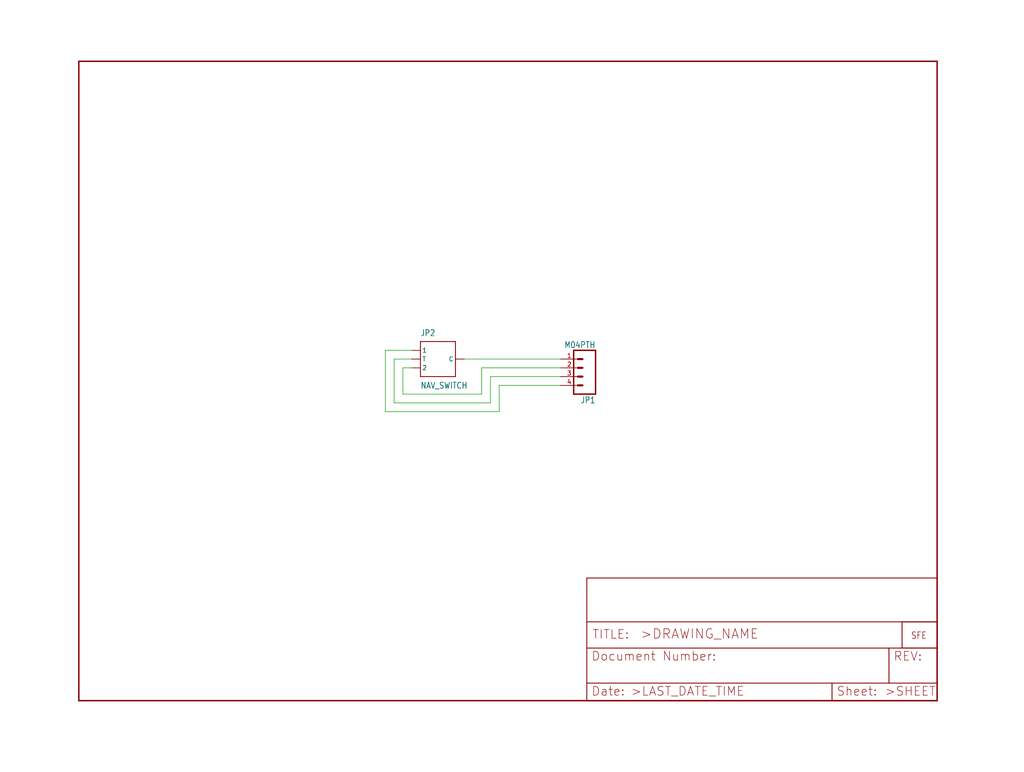
<source format=kicad_sch>
(kicad_sch (version 20211123) (generator eeschema)
  (paper "User" 297.002 223.926)
  (lib_symbols
    (symbol "eagleSchem-eagle-import:FRAME-LETTER"
      (symbol "FRAME-LETTER_1_0"
        (polyline (pts (xy 0 0) (xy 248.92 0)) (stroke (width 0.4064)))
        (polyline (pts (xy 0 185.42) (xy 0 0)) (stroke (width 0.4064)))
        (polyline (pts (xy 0 185.42) (xy 248.92 185.42)) (stroke (width 0.4064)))
        (polyline (pts (xy 248.92 185.42) (xy 248.92 0)) (stroke (width 0.4064)))
      )
      (symbol "FRAME-LETTER_2_0"
        (polyline (pts (xy 0 0) (xy 0 5.08)) (stroke (width 0.254)))
        (polyline (pts (xy 0 0) (xy 71.12 0)) (stroke (width 0.254)))
        (polyline (pts (xy 0 5.08) (xy 0 15.24)) (stroke (width 0.254)))
        (polyline (pts (xy 0 5.08) (xy 71.12 5.08)) (stroke (width 0.254)))
        (polyline (pts (xy 0 15.24) (xy 0 22.86)) (stroke (width 0.254)))
        (polyline (pts (xy 0 22.86) (xy 0 35.56)) (stroke (width 0.254)))
        (polyline (pts (xy 0 22.86) (xy 101.6 22.86)) (stroke (width 0.254)))
        (polyline (pts (xy 71.12 0) (xy 101.6 0)) (stroke (width 0.254)))
        (polyline (pts (xy 71.12 5.08) (xy 71.12 0)) (stroke (width 0.254)))
        (polyline (pts (xy 71.12 5.08) (xy 87.63 5.08)) (stroke (width 0.254)))
        (polyline (pts (xy 87.63 5.08) (xy 101.6 5.08)) (stroke (width 0.254)))
        (polyline (pts (xy 87.63 15.24) (xy 0 15.24)) (stroke (width 0.254)))
        (polyline (pts (xy 87.63 15.24) (xy 87.63 5.08)) (stroke (width 0.254)))
        (polyline (pts (xy 101.6 5.08) (xy 101.6 0)) (stroke (width 0.254)))
        (polyline (pts (xy 101.6 15.24) (xy 87.63 15.24)) (stroke (width 0.254)))
        (polyline (pts (xy 101.6 15.24) (xy 101.6 5.08)) (stroke (width 0.254)))
        (polyline (pts (xy 101.6 22.86) (xy 101.6 15.24)) (stroke (width 0.254)))
        (polyline (pts (xy 101.6 35.56) (xy 0 35.56)) (stroke (width 0.254)))
        (polyline (pts (xy 101.6 35.56) (xy 101.6 22.86)) (stroke (width 0.254)))
        (text ">DRAWING_NAME" (at 15.494 17.78 0) (effects (font (size 2.7432 2.7432)) (justify left bottom)))
        (text ">LAST_DATE_TIME" (at 12.7 1.27 0) (effects (font (size 2.54 2.54)) (justify left bottom)))
        (text ">SHEET" (at 86.36 1.27 0) (effects (font (size 2.54 2.54)) (justify left bottom)))
        (text "Date:" (at 1.27 1.27 0) (effects (font (size 2.54 2.54)) (justify left bottom)))
        (text "Document Number:" (at 1.27 11.43 0) (effects (font (size 2.54 2.54)) (justify left bottom)))
        (text "REV:" (at 88.9 11.43 0) (effects (font (size 2.54 2.54)) (justify left bottom)))
        (text "Sheet:" (at 72.39 1.27 0) (effects (font (size 2.54 2.54)) (justify left bottom)))
        (text "TITLE:" (at 1.524 17.78 0) (effects (font (size 2.54 2.54)) (justify left bottom)))
      )
    )
    (symbol "eagleSchem-eagle-import:LOGO-SFESK"
      (symbol "LOGO-SFESK_1_0"
        (polyline (pts (xy -2.54 -2.54) (xy 7.62 -2.54)) (stroke (width 0.254)))
        (polyline (pts (xy -2.54 5.08) (xy -2.54 -2.54)) (stroke (width 0.254)))
        (polyline (pts (xy 7.62 -2.54) (xy 7.62 5.08)) (stroke (width 0.254)))
        (polyline (pts (xy 7.62 5.08) (xy -2.54 5.08)) (stroke (width 0.254)))
        (text "SFE" (at 0 0 0) (effects (font (size 1.9304 1.6408)) (justify left bottom)))
      )
    )
    (symbol "eagleSchem-eagle-import:M04PTH"
      (property "Reference" "JP" (at -5.08 8.382 0))
      (property "Value" "M04PTH" (at -5.08 -7.62 0))
      (symbol "M04PTH_1_0"
        (polyline (pts (xy -5.08 7.62) (xy -5.08 -5.08)) (stroke (width 0.4064)))
        (polyline (pts (xy -5.08 7.62) (xy 1.27 7.62)) (stroke (width 0.4064)))
        (polyline (pts (xy -1.27 -2.54) (xy 0 -2.54)) (stroke (width 0.6096)))
        (polyline (pts (xy -1.27 0) (xy 0 0)) (stroke (width 0.6096)))
        (polyline (pts (xy -1.27 2.54) (xy 0 2.54)) (stroke (width 0.6096)))
        (polyline (pts (xy -1.27 5.08) (xy 0 5.08)) (stroke (width 0.6096)))
        (polyline (pts (xy 1.27 -5.08) (xy -5.08 -5.08)) (stroke (width 0.4064)))
        (polyline (pts (xy 1.27 -5.08) (xy 1.27 7.62)) (stroke (width 0.4064)))
        (pin passive line (at 5.08 -2.54 180) (length 5.08) (name "1") (number "1"))
        (pin passive line (at 5.08 0 180) (length 5.08) (name "2") (number "2"))
        (pin passive line (at 5.08 2.54 180) (length 5.08) (name "3") (number "3"))
        (pin passive line (at 5.08 5.08 180) (length 5.08) (name "4") (number "4"))
      )
    )
    (symbol "eagleSchem-eagle-import:NAV_SWITCHSMD"
      (property "Value" "NAV_SWITCHSMD" (at -5.08 -8.636 0))
      (symbol "NAV_SWITCHSMD_1_0"
        (polyline (pts (xy -5.08 -5.08) (xy -5.08 5.08)) (stroke (width 0.254)))
        (polyline (pts (xy -5.08 5.08) (xy 5.08 5.08)) (stroke (width 0.254)))
        (polyline (pts (xy 5.08 -5.08) (xy -5.08 -5.08)) (stroke (width 0.254)))
        (polyline (pts (xy 5.08 5.08) (xy 5.08 -5.08)) (stroke (width 0.254)))
        (pin input line (at -7.62 2.54 0) (length 2.54) (name "1") (number "1"))
        (pin input line (at -7.62 -2.54 0) (length 2.54) (name "2") (number "2"))
        (pin power_in line (at 7.62 0 180) (length 2.54) (name "C") (number "C"))
        (pin input line (at -7.62 0 0) (length 2.54) (name "T") (number "T"))
      )
    )
  )
  (wire (pts (xy 116.84 106.68) (xy 116.84 114.3)))
  (wire (pts (xy 144.78 119.38) (xy 144.78 111.76)))
  (wire (pts (xy 116.84 114.3) (xy 139.7 114.3)))
  (wire (pts (xy 114.3 104.14) (xy 114.3 116.84)))
  (wire (pts (xy 119.38 104.14) (xy 114.3 104.14)))
  (wire (pts (xy 119.38 101.6) (xy 111.76 101.6)))
  (wire (pts (xy 139.7 114.3) (xy 139.7 106.68)))
  (wire (pts (xy 114.3 116.84) (xy 142.24 116.84)))
  (wire (pts (xy 139.7 106.68) (xy 162.56 106.68)))
  (wire (pts (xy 111.76 119.38) (xy 144.78 119.38)))
  (wire (pts (xy 134.62 104.14) (xy 162.56 104.14)))
  (wire (pts (xy 144.78 111.76) (xy 162.56 111.76)))
  (wire (pts (xy 111.76 101.6) (xy 111.76 119.38)))
  (wire (pts (xy 142.24 116.84) (xy 142.24 109.22)))
  (wire (pts (xy 119.38 106.68) (xy 116.84 106.68)))
  (wire (pts (xy 142.24 109.22) (xy 162.56 109.22)))
  (symbol (lib_id "eagleSchem-eagle-import:FRAME-LETTER") (at 22.86 203.2 0) (unit 1)
    (property "Reference" "#FRAME1" (effects hide))
    (property "Value" "FRAME-LETTER" (effects hide))
    (property "Footprint" "eagleSchem:" (effects hide))
  )
  (symbol (lib_id "eagleSchem-eagle-import:M04PTH") (at 167.64 106.68 180) (unit 1)
    (property "Reference" "JP1" (at 172.72 115.062 0) (effects (font (size 1.778 1.5113)) (justify left bottom)))
    (property "Value" "M04PTH" (at 172.72 99.06 0) (effects (font (size 1.778 1.5113)) (justify left bottom)))
    (property "Footprint" "eagleSchem:1X04" (effects hide))
  )
  (symbol (lib_id "eagleSchem-eagle-import:LOGO-SFESK") (at 264.16 185.42 0) (unit 1)
    (property "Reference" "U$1" (effects hide))
    (property "Value" "LOGO-SFESK" (effects hide))
    (property "Footprint" "eagleSchem:SFE-LOGO-FLAME" (effects hide))
  )
  (symbol (lib_id "eagleSchem-eagle-import:FRAME-LETTER") (at 170.18 203.2 0) (unit 2)
    (property "Reference" "#FRAME1" (effects hide))
    (property "Value" "FRAME-LETTER" (effects hide))
    (property "Footprint" "eagleSchem:" (effects hide))
  )
  (symbol (lib_id "eagleSchem-eagle-import:NAV_SWITCHSMD") (at 127 104.14 0) (unit 1)
    (property "Reference" "JP2" (at 121.92 97.536 0) (effects (font (size 1.778 1.5113)) (justify left bottom)))
    (property "Value" "NAV_SWITCH" (at 121.92 112.776 0) (effects (font (size 1.778 1.5113)) (justify left bottom)))
    (property "Footprint" "eagleSchem:NAV_SWITCH" (effects hide))
  )
)
</source>
